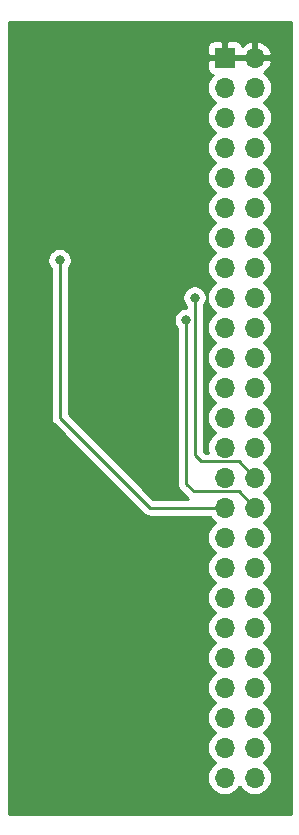
<source format=gbr>
G04 #@! TF.GenerationSoftware,KiCad,Pcbnew,(5.1.4)-1*
G04 #@! TF.CreationDate,2020-08-30T12:58:21+01:00*
G04 #@! TF.ProjectId,KiCadTest,4b694361-6454-4657-9374-2e6b69636164,rev?*
G04 #@! TF.SameCoordinates,Original*
G04 #@! TF.FileFunction,Copper,L2,Bot*
G04 #@! TF.FilePolarity,Positive*
%FSLAX46Y46*%
G04 Gerber Fmt 4.6, Leading zero omitted, Abs format (unit mm)*
G04 Created by KiCad (PCBNEW (5.1.4)-1) date 2020-08-30 12:58:21*
%MOMM*%
%LPD*%
G04 APERTURE LIST*
%ADD10O,1.700000X1.700000*%
%ADD11R,1.700000X1.700000*%
%ADD12C,0.800000*%
%ADD13C,0.250000*%
%ADD14C,0.254000*%
G04 APERTURE END LIST*
D10*
X161290000Y-140970000D03*
X158750000Y-140970000D03*
X161290000Y-138430000D03*
X158750000Y-138430000D03*
X161290000Y-135890000D03*
X158750000Y-135890000D03*
X161290000Y-133350000D03*
X158750000Y-133350000D03*
X161290000Y-130810000D03*
X158750000Y-130810000D03*
X161290000Y-128270000D03*
X158750000Y-128270000D03*
X161290000Y-125730000D03*
X158750000Y-125730000D03*
X161290000Y-123190000D03*
X158750000Y-123190000D03*
X161290000Y-120650000D03*
X158750000Y-120650000D03*
X161290000Y-118110000D03*
X158750000Y-118110000D03*
X161290000Y-115570000D03*
X158750000Y-115570000D03*
X161290000Y-113030000D03*
X158750000Y-113030000D03*
X161290000Y-110490000D03*
X158750000Y-110490000D03*
X161290000Y-107950000D03*
X158750000Y-107950000D03*
X161290000Y-105410000D03*
X158750000Y-105410000D03*
X161290000Y-102870000D03*
X158750000Y-102870000D03*
X161290000Y-100330000D03*
X158750000Y-100330000D03*
X161290000Y-97790000D03*
X158750000Y-97790000D03*
X161290000Y-95250000D03*
X158750000Y-95250000D03*
X161290000Y-92710000D03*
X158750000Y-92710000D03*
X161290000Y-90170000D03*
X158750000Y-90170000D03*
X161290000Y-87630000D03*
X158750000Y-87630000D03*
X161290000Y-85090000D03*
X158750000Y-85090000D03*
X161290000Y-82550000D03*
X158750000Y-82550000D03*
X161290000Y-80010000D03*
D11*
X158750000Y-80010000D03*
D12*
X155575000Y-85725000D03*
X155575000Y-92075000D03*
X147320000Y-100965000D03*
X151130000Y-100965000D03*
X147320000Y-85090000D03*
X143510000Y-92710000D03*
X144145000Y-112395000D03*
X145415000Y-118110000D03*
X153670000Y-122555000D03*
X144145000Y-137160000D03*
X153670000Y-137160000D03*
X144780000Y-79375000D03*
X153670000Y-79375000D03*
X151130000Y-119380000D03*
X153670000Y-116840000D03*
X149860000Y-110490000D03*
X143510000Y-125730000D03*
X155485000Y-102235000D03*
X144780000Y-97155000D03*
X156210000Y-100330000D03*
D13*
X159925001Y-116745001D02*
X156115001Y-116745001D01*
X161290000Y-118110000D02*
X159925001Y-116745001D01*
X156115001Y-116745001D02*
X155575000Y-116205000D01*
X155575000Y-116205000D02*
X155485000Y-116115000D01*
X155485000Y-116115000D02*
X155485000Y-102235000D01*
X144780000Y-97155000D02*
X144780000Y-110490000D01*
X152400000Y-118110000D02*
X158750000Y-118110000D01*
X144780000Y-110490000D02*
X152400000Y-118110000D01*
X159925001Y-114205001D02*
X156750001Y-114205001D01*
X161290000Y-115570000D02*
X159925001Y-114205001D01*
X156750001Y-114205001D02*
X156210000Y-113665000D01*
X156210000Y-113665000D02*
X156210000Y-100330000D01*
D14*
G36*
X164338000Y-144018000D02*
G01*
X140462000Y-144018000D01*
X140462000Y-97053061D01*
X143745000Y-97053061D01*
X143745000Y-97256939D01*
X143784774Y-97456898D01*
X143862795Y-97645256D01*
X143976063Y-97814774D01*
X144020000Y-97858711D01*
X144020001Y-110452668D01*
X144016324Y-110490000D01*
X144030998Y-110638985D01*
X144074454Y-110782246D01*
X144145026Y-110914276D01*
X144216201Y-111001002D01*
X144240000Y-111030001D01*
X144268998Y-111053799D01*
X151836201Y-118621003D01*
X151859999Y-118650001D01*
X151975724Y-118744974D01*
X152107753Y-118815546D01*
X152251014Y-118859003D01*
X152362667Y-118870000D01*
X152362676Y-118870000D01*
X152399999Y-118873676D01*
X152437322Y-118870000D01*
X157472405Y-118870000D01*
X157509294Y-118939014D01*
X157694866Y-119165134D01*
X157920986Y-119350706D01*
X157975791Y-119380000D01*
X157920986Y-119409294D01*
X157694866Y-119594866D01*
X157509294Y-119820986D01*
X157371401Y-120078966D01*
X157286487Y-120358889D01*
X157257815Y-120650000D01*
X157286487Y-120941111D01*
X157371401Y-121221034D01*
X157509294Y-121479014D01*
X157694866Y-121705134D01*
X157920986Y-121890706D01*
X157975791Y-121920000D01*
X157920986Y-121949294D01*
X157694866Y-122134866D01*
X157509294Y-122360986D01*
X157371401Y-122618966D01*
X157286487Y-122898889D01*
X157257815Y-123190000D01*
X157286487Y-123481111D01*
X157371401Y-123761034D01*
X157509294Y-124019014D01*
X157694866Y-124245134D01*
X157920986Y-124430706D01*
X157975791Y-124460000D01*
X157920986Y-124489294D01*
X157694866Y-124674866D01*
X157509294Y-124900986D01*
X157371401Y-125158966D01*
X157286487Y-125438889D01*
X157257815Y-125730000D01*
X157286487Y-126021111D01*
X157371401Y-126301034D01*
X157509294Y-126559014D01*
X157694866Y-126785134D01*
X157920986Y-126970706D01*
X157975791Y-127000000D01*
X157920986Y-127029294D01*
X157694866Y-127214866D01*
X157509294Y-127440986D01*
X157371401Y-127698966D01*
X157286487Y-127978889D01*
X157257815Y-128270000D01*
X157286487Y-128561111D01*
X157371401Y-128841034D01*
X157509294Y-129099014D01*
X157694866Y-129325134D01*
X157920986Y-129510706D01*
X157975791Y-129540000D01*
X157920986Y-129569294D01*
X157694866Y-129754866D01*
X157509294Y-129980986D01*
X157371401Y-130238966D01*
X157286487Y-130518889D01*
X157257815Y-130810000D01*
X157286487Y-131101111D01*
X157371401Y-131381034D01*
X157509294Y-131639014D01*
X157694866Y-131865134D01*
X157920986Y-132050706D01*
X157975791Y-132080000D01*
X157920986Y-132109294D01*
X157694866Y-132294866D01*
X157509294Y-132520986D01*
X157371401Y-132778966D01*
X157286487Y-133058889D01*
X157257815Y-133350000D01*
X157286487Y-133641111D01*
X157371401Y-133921034D01*
X157509294Y-134179014D01*
X157694866Y-134405134D01*
X157920986Y-134590706D01*
X157975791Y-134620000D01*
X157920986Y-134649294D01*
X157694866Y-134834866D01*
X157509294Y-135060986D01*
X157371401Y-135318966D01*
X157286487Y-135598889D01*
X157257815Y-135890000D01*
X157286487Y-136181111D01*
X157371401Y-136461034D01*
X157509294Y-136719014D01*
X157694866Y-136945134D01*
X157920986Y-137130706D01*
X157975791Y-137160000D01*
X157920986Y-137189294D01*
X157694866Y-137374866D01*
X157509294Y-137600986D01*
X157371401Y-137858966D01*
X157286487Y-138138889D01*
X157257815Y-138430000D01*
X157286487Y-138721111D01*
X157371401Y-139001034D01*
X157509294Y-139259014D01*
X157694866Y-139485134D01*
X157920986Y-139670706D01*
X157975791Y-139700000D01*
X157920986Y-139729294D01*
X157694866Y-139914866D01*
X157509294Y-140140986D01*
X157371401Y-140398966D01*
X157286487Y-140678889D01*
X157257815Y-140970000D01*
X157286487Y-141261111D01*
X157371401Y-141541034D01*
X157509294Y-141799014D01*
X157694866Y-142025134D01*
X157920986Y-142210706D01*
X158178966Y-142348599D01*
X158458889Y-142433513D01*
X158677050Y-142455000D01*
X158822950Y-142455000D01*
X159041111Y-142433513D01*
X159321034Y-142348599D01*
X159579014Y-142210706D01*
X159805134Y-142025134D01*
X159990706Y-141799014D01*
X160020000Y-141744209D01*
X160049294Y-141799014D01*
X160234866Y-142025134D01*
X160460986Y-142210706D01*
X160718966Y-142348599D01*
X160998889Y-142433513D01*
X161217050Y-142455000D01*
X161362950Y-142455000D01*
X161581111Y-142433513D01*
X161861034Y-142348599D01*
X162119014Y-142210706D01*
X162345134Y-142025134D01*
X162530706Y-141799014D01*
X162668599Y-141541034D01*
X162753513Y-141261111D01*
X162782185Y-140970000D01*
X162753513Y-140678889D01*
X162668599Y-140398966D01*
X162530706Y-140140986D01*
X162345134Y-139914866D01*
X162119014Y-139729294D01*
X162064209Y-139700000D01*
X162119014Y-139670706D01*
X162345134Y-139485134D01*
X162530706Y-139259014D01*
X162668599Y-139001034D01*
X162753513Y-138721111D01*
X162782185Y-138430000D01*
X162753513Y-138138889D01*
X162668599Y-137858966D01*
X162530706Y-137600986D01*
X162345134Y-137374866D01*
X162119014Y-137189294D01*
X162064209Y-137160000D01*
X162119014Y-137130706D01*
X162345134Y-136945134D01*
X162530706Y-136719014D01*
X162668599Y-136461034D01*
X162753513Y-136181111D01*
X162782185Y-135890000D01*
X162753513Y-135598889D01*
X162668599Y-135318966D01*
X162530706Y-135060986D01*
X162345134Y-134834866D01*
X162119014Y-134649294D01*
X162064209Y-134620000D01*
X162119014Y-134590706D01*
X162345134Y-134405134D01*
X162530706Y-134179014D01*
X162668599Y-133921034D01*
X162753513Y-133641111D01*
X162782185Y-133350000D01*
X162753513Y-133058889D01*
X162668599Y-132778966D01*
X162530706Y-132520986D01*
X162345134Y-132294866D01*
X162119014Y-132109294D01*
X162064209Y-132080000D01*
X162119014Y-132050706D01*
X162345134Y-131865134D01*
X162530706Y-131639014D01*
X162668599Y-131381034D01*
X162753513Y-131101111D01*
X162782185Y-130810000D01*
X162753513Y-130518889D01*
X162668599Y-130238966D01*
X162530706Y-129980986D01*
X162345134Y-129754866D01*
X162119014Y-129569294D01*
X162064209Y-129540000D01*
X162119014Y-129510706D01*
X162345134Y-129325134D01*
X162530706Y-129099014D01*
X162668599Y-128841034D01*
X162753513Y-128561111D01*
X162782185Y-128270000D01*
X162753513Y-127978889D01*
X162668599Y-127698966D01*
X162530706Y-127440986D01*
X162345134Y-127214866D01*
X162119014Y-127029294D01*
X162064209Y-127000000D01*
X162119014Y-126970706D01*
X162345134Y-126785134D01*
X162530706Y-126559014D01*
X162668599Y-126301034D01*
X162753513Y-126021111D01*
X162782185Y-125730000D01*
X162753513Y-125438889D01*
X162668599Y-125158966D01*
X162530706Y-124900986D01*
X162345134Y-124674866D01*
X162119014Y-124489294D01*
X162064209Y-124460000D01*
X162119014Y-124430706D01*
X162345134Y-124245134D01*
X162530706Y-124019014D01*
X162668599Y-123761034D01*
X162753513Y-123481111D01*
X162782185Y-123190000D01*
X162753513Y-122898889D01*
X162668599Y-122618966D01*
X162530706Y-122360986D01*
X162345134Y-122134866D01*
X162119014Y-121949294D01*
X162064209Y-121920000D01*
X162119014Y-121890706D01*
X162345134Y-121705134D01*
X162530706Y-121479014D01*
X162668599Y-121221034D01*
X162753513Y-120941111D01*
X162782185Y-120650000D01*
X162753513Y-120358889D01*
X162668599Y-120078966D01*
X162530706Y-119820986D01*
X162345134Y-119594866D01*
X162119014Y-119409294D01*
X162064209Y-119380000D01*
X162119014Y-119350706D01*
X162345134Y-119165134D01*
X162530706Y-118939014D01*
X162668599Y-118681034D01*
X162753513Y-118401111D01*
X162782185Y-118110000D01*
X162753513Y-117818889D01*
X162668599Y-117538966D01*
X162530706Y-117280986D01*
X162345134Y-117054866D01*
X162119014Y-116869294D01*
X162064209Y-116840000D01*
X162119014Y-116810706D01*
X162345134Y-116625134D01*
X162530706Y-116399014D01*
X162668599Y-116141034D01*
X162753513Y-115861111D01*
X162782185Y-115570000D01*
X162753513Y-115278889D01*
X162668599Y-114998966D01*
X162530706Y-114740986D01*
X162345134Y-114514866D01*
X162119014Y-114329294D01*
X162064209Y-114300000D01*
X162119014Y-114270706D01*
X162345134Y-114085134D01*
X162530706Y-113859014D01*
X162668599Y-113601034D01*
X162753513Y-113321111D01*
X162782185Y-113030000D01*
X162753513Y-112738889D01*
X162668599Y-112458966D01*
X162530706Y-112200986D01*
X162345134Y-111974866D01*
X162119014Y-111789294D01*
X162064209Y-111760000D01*
X162119014Y-111730706D01*
X162345134Y-111545134D01*
X162530706Y-111319014D01*
X162668599Y-111061034D01*
X162753513Y-110781111D01*
X162782185Y-110490000D01*
X162753513Y-110198889D01*
X162668599Y-109918966D01*
X162530706Y-109660986D01*
X162345134Y-109434866D01*
X162119014Y-109249294D01*
X162064209Y-109220000D01*
X162119014Y-109190706D01*
X162345134Y-109005134D01*
X162530706Y-108779014D01*
X162668599Y-108521034D01*
X162753513Y-108241111D01*
X162782185Y-107950000D01*
X162753513Y-107658889D01*
X162668599Y-107378966D01*
X162530706Y-107120986D01*
X162345134Y-106894866D01*
X162119014Y-106709294D01*
X162064209Y-106680000D01*
X162119014Y-106650706D01*
X162345134Y-106465134D01*
X162530706Y-106239014D01*
X162668599Y-105981034D01*
X162753513Y-105701111D01*
X162782185Y-105410000D01*
X162753513Y-105118889D01*
X162668599Y-104838966D01*
X162530706Y-104580986D01*
X162345134Y-104354866D01*
X162119014Y-104169294D01*
X162064209Y-104140000D01*
X162119014Y-104110706D01*
X162345134Y-103925134D01*
X162530706Y-103699014D01*
X162668599Y-103441034D01*
X162753513Y-103161111D01*
X162782185Y-102870000D01*
X162753513Y-102578889D01*
X162668599Y-102298966D01*
X162530706Y-102040986D01*
X162345134Y-101814866D01*
X162119014Y-101629294D01*
X162064209Y-101600000D01*
X162119014Y-101570706D01*
X162345134Y-101385134D01*
X162530706Y-101159014D01*
X162668599Y-100901034D01*
X162753513Y-100621111D01*
X162782185Y-100330000D01*
X162753513Y-100038889D01*
X162668599Y-99758966D01*
X162530706Y-99500986D01*
X162345134Y-99274866D01*
X162119014Y-99089294D01*
X162064209Y-99060000D01*
X162119014Y-99030706D01*
X162345134Y-98845134D01*
X162530706Y-98619014D01*
X162668599Y-98361034D01*
X162753513Y-98081111D01*
X162782185Y-97790000D01*
X162753513Y-97498889D01*
X162668599Y-97218966D01*
X162530706Y-96960986D01*
X162345134Y-96734866D01*
X162119014Y-96549294D01*
X162064209Y-96520000D01*
X162119014Y-96490706D01*
X162345134Y-96305134D01*
X162530706Y-96079014D01*
X162668599Y-95821034D01*
X162753513Y-95541111D01*
X162782185Y-95250000D01*
X162753513Y-94958889D01*
X162668599Y-94678966D01*
X162530706Y-94420986D01*
X162345134Y-94194866D01*
X162119014Y-94009294D01*
X162064209Y-93980000D01*
X162119014Y-93950706D01*
X162345134Y-93765134D01*
X162530706Y-93539014D01*
X162668599Y-93281034D01*
X162753513Y-93001111D01*
X162782185Y-92710000D01*
X162753513Y-92418889D01*
X162668599Y-92138966D01*
X162530706Y-91880986D01*
X162345134Y-91654866D01*
X162119014Y-91469294D01*
X162064209Y-91440000D01*
X162119014Y-91410706D01*
X162345134Y-91225134D01*
X162530706Y-90999014D01*
X162668599Y-90741034D01*
X162753513Y-90461111D01*
X162782185Y-90170000D01*
X162753513Y-89878889D01*
X162668599Y-89598966D01*
X162530706Y-89340986D01*
X162345134Y-89114866D01*
X162119014Y-88929294D01*
X162064209Y-88900000D01*
X162119014Y-88870706D01*
X162345134Y-88685134D01*
X162530706Y-88459014D01*
X162668599Y-88201034D01*
X162753513Y-87921111D01*
X162782185Y-87630000D01*
X162753513Y-87338889D01*
X162668599Y-87058966D01*
X162530706Y-86800986D01*
X162345134Y-86574866D01*
X162119014Y-86389294D01*
X162064209Y-86360000D01*
X162119014Y-86330706D01*
X162345134Y-86145134D01*
X162530706Y-85919014D01*
X162668599Y-85661034D01*
X162753513Y-85381111D01*
X162782185Y-85090000D01*
X162753513Y-84798889D01*
X162668599Y-84518966D01*
X162530706Y-84260986D01*
X162345134Y-84034866D01*
X162119014Y-83849294D01*
X162064209Y-83820000D01*
X162119014Y-83790706D01*
X162345134Y-83605134D01*
X162530706Y-83379014D01*
X162668599Y-83121034D01*
X162753513Y-82841111D01*
X162782185Y-82550000D01*
X162753513Y-82258889D01*
X162668599Y-81978966D01*
X162530706Y-81720986D01*
X162345134Y-81494866D01*
X162119014Y-81309294D01*
X162054477Y-81274799D01*
X162171355Y-81205178D01*
X162387588Y-81010269D01*
X162561641Y-80776920D01*
X162686825Y-80514099D01*
X162731476Y-80366890D01*
X162610155Y-80137000D01*
X161417000Y-80137000D01*
X161417000Y-80157000D01*
X161163000Y-80157000D01*
X161163000Y-80137000D01*
X158877000Y-80137000D01*
X158877000Y-80157000D01*
X158623000Y-80157000D01*
X158623000Y-80137000D01*
X157423750Y-80137000D01*
X157265000Y-80295750D01*
X157261928Y-80860000D01*
X157274188Y-80984482D01*
X157310498Y-81104180D01*
X157369463Y-81214494D01*
X157448815Y-81311185D01*
X157545506Y-81390537D01*
X157655820Y-81449502D01*
X157724687Y-81470393D01*
X157694866Y-81494866D01*
X157509294Y-81720986D01*
X157371401Y-81978966D01*
X157286487Y-82258889D01*
X157257815Y-82550000D01*
X157286487Y-82841111D01*
X157371401Y-83121034D01*
X157509294Y-83379014D01*
X157694866Y-83605134D01*
X157920986Y-83790706D01*
X157975791Y-83820000D01*
X157920986Y-83849294D01*
X157694866Y-84034866D01*
X157509294Y-84260986D01*
X157371401Y-84518966D01*
X157286487Y-84798889D01*
X157257815Y-85090000D01*
X157286487Y-85381111D01*
X157371401Y-85661034D01*
X157509294Y-85919014D01*
X157694866Y-86145134D01*
X157920986Y-86330706D01*
X157975791Y-86360000D01*
X157920986Y-86389294D01*
X157694866Y-86574866D01*
X157509294Y-86800986D01*
X157371401Y-87058966D01*
X157286487Y-87338889D01*
X157257815Y-87630000D01*
X157286487Y-87921111D01*
X157371401Y-88201034D01*
X157509294Y-88459014D01*
X157694866Y-88685134D01*
X157920986Y-88870706D01*
X157975791Y-88900000D01*
X157920986Y-88929294D01*
X157694866Y-89114866D01*
X157509294Y-89340986D01*
X157371401Y-89598966D01*
X157286487Y-89878889D01*
X157257815Y-90170000D01*
X157286487Y-90461111D01*
X157371401Y-90741034D01*
X157509294Y-90999014D01*
X157694866Y-91225134D01*
X157920986Y-91410706D01*
X157975791Y-91440000D01*
X157920986Y-91469294D01*
X157694866Y-91654866D01*
X157509294Y-91880986D01*
X157371401Y-92138966D01*
X157286487Y-92418889D01*
X157257815Y-92710000D01*
X157286487Y-93001111D01*
X157371401Y-93281034D01*
X157509294Y-93539014D01*
X157694866Y-93765134D01*
X157920986Y-93950706D01*
X157975791Y-93980000D01*
X157920986Y-94009294D01*
X157694866Y-94194866D01*
X157509294Y-94420986D01*
X157371401Y-94678966D01*
X157286487Y-94958889D01*
X157257815Y-95250000D01*
X157286487Y-95541111D01*
X157371401Y-95821034D01*
X157509294Y-96079014D01*
X157694866Y-96305134D01*
X157920986Y-96490706D01*
X157975791Y-96520000D01*
X157920986Y-96549294D01*
X157694866Y-96734866D01*
X157509294Y-96960986D01*
X157371401Y-97218966D01*
X157286487Y-97498889D01*
X157257815Y-97790000D01*
X157286487Y-98081111D01*
X157371401Y-98361034D01*
X157509294Y-98619014D01*
X157694866Y-98845134D01*
X157920986Y-99030706D01*
X157975791Y-99060000D01*
X157920986Y-99089294D01*
X157694866Y-99274866D01*
X157509294Y-99500986D01*
X157371401Y-99758966D01*
X157286487Y-100038889D01*
X157257815Y-100330000D01*
X157286487Y-100621111D01*
X157371401Y-100901034D01*
X157509294Y-101159014D01*
X157694866Y-101385134D01*
X157920986Y-101570706D01*
X157975791Y-101600000D01*
X157920986Y-101629294D01*
X157694866Y-101814866D01*
X157509294Y-102040986D01*
X157371401Y-102298966D01*
X157286487Y-102578889D01*
X157257815Y-102870000D01*
X157286487Y-103161111D01*
X157371401Y-103441034D01*
X157509294Y-103699014D01*
X157694866Y-103925134D01*
X157920986Y-104110706D01*
X157975791Y-104140000D01*
X157920986Y-104169294D01*
X157694866Y-104354866D01*
X157509294Y-104580986D01*
X157371401Y-104838966D01*
X157286487Y-105118889D01*
X157257815Y-105410000D01*
X157286487Y-105701111D01*
X157371401Y-105981034D01*
X157509294Y-106239014D01*
X157694866Y-106465134D01*
X157920986Y-106650706D01*
X157975791Y-106680000D01*
X157920986Y-106709294D01*
X157694866Y-106894866D01*
X157509294Y-107120986D01*
X157371401Y-107378966D01*
X157286487Y-107658889D01*
X157257815Y-107950000D01*
X157286487Y-108241111D01*
X157371401Y-108521034D01*
X157509294Y-108779014D01*
X157694866Y-109005134D01*
X157920986Y-109190706D01*
X157975791Y-109220000D01*
X157920986Y-109249294D01*
X157694866Y-109434866D01*
X157509294Y-109660986D01*
X157371401Y-109918966D01*
X157286487Y-110198889D01*
X157257815Y-110490000D01*
X157286487Y-110781111D01*
X157371401Y-111061034D01*
X157509294Y-111319014D01*
X157694866Y-111545134D01*
X157920986Y-111730706D01*
X157975791Y-111760000D01*
X157920986Y-111789294D01*
X157694866Y-111974866D01*
X157509294Y-112200986D01*
X157371401Y-112458966D01*
X157286487Y-112738889D01*
X157257815Y-113030000D01*
X157286487Y-113321111D01*
X157324069Y-113445001D01*
X157064803Y-113445001D01*
X156970000Y-113350199D01*
X156970000Y-101033711D01*
X157013937Y-100989774D01*
X157127205Y-100820256D01*
X157205226Y-100631898D01*
X157245000Y-100431939D01*
X157245000Y-100228061D01*
X157205226Y-100028102D01*
X157127205Y-99839744D01*
X157013937Y-99670226D01*
X156869774Y-99526063D01*
X156700256Y-99412795D01*
X156511898Y-99334774D01*
X156311939Y-99295000D01*
X156108061Y-99295000D01*
X155908102Y-99334774D01*
X155719744Y-99412795D01*
X155550226Y-99526063D01*
X155406063Y-99670226D01*
X155292795Y-99839744D01*
X155214774Y-100028102D01*
X155175000Y-100228061D01*
X155175000Y-100431939D01*
X155214774Y-100631898D01*
X155292795Y-100820256D01*
X155406063Y-100989774D01*
X155450001Y-101033712D01*
X155450001Y-101200000D01*
X155383061Y-101200000D01*
X155183102Y-101239774D01*
X154994744Y-101317795D01*
X154825226Y-101431063D01*
X154681063Y-101575226D01*
X154567795Y-101744744D01*
X154489774Y-101933102D01*
X154450000Y-102133061D01*
X154450000Y-102336939D01*
X154489774Y-102536898D01*
X154567795Y-102725256D01*
X154681063Y-102894774D01*
X154725001Y-102938712D01*
X154725000Y-116077678D01*
X154721324Y-116115000D01*
X154725000Y-116152322D01*
X154725000Y-116152332D01*
X154735997Y-116263985D01*
X154763298Y-116353985D01*
X154779454Y-116407246D01*
X154850026Y-116539276D01*
X154889871Y-116587826D01*
X154944999Y-116655001D01*
X154974003Y-116678804D01*
X155011201Y-116716002D01*
X155551201Y-117256003D01*
X155575000Y-117285002D01*
X155654200Y-117350000D01*
X152714802Y-117350000D01*
X145540000Y-110175199D01*
X145540000Y-97858711D01*
X145583937Y-97814774D01*
X145697205Y-97645256D01*
X145775226Y-97456898D01*
X145815000Y-97256939D01*
X145815000Y-97053061D01*
X145775226Y-96853102D01*
X145697205Y-96664744D01*
X145583937Y-96495226D01*
X145439774Y-96351063D01*
X145270256Y-96237795D01*
X145081898Y-96159774D01*
X144881939Y-96120000D01*
X144678061Y-96120000D01*
X144478102Y-96159774D01*
X144289744Y-96237795D01*
X144120226Y-96351063D01*
X143976063Y-96495226D01*
X143862795Y-96664744D01*
X143784774Y-96853102D01*
X143745000Y-97053061D01*
X140462000Y-97053061D01*
X140462000Y-79160000D01*
X157261928Y-79160000D01*
X157265000Y-79724250D01*
X157423750Y-79883000D01*
X158623000Y-79883000D01*
X158623000Y-78683750D01*
X158877000Y-78683750D01*
X158877000Y-79883000D01*
X161163000Y-79883000D01*
X161163000Y-78689186D01*
X161417000Y-78689186D01*
X161417000Y-79883000D01*
X162610155Y-79883000D01*
X162731476Y-79653110D01*
X162686825Y-79505901D01*
X162561641Y-79243080D01*
X162387588Y-79009731D01*
X162171355Y-78814822D01*
X161921252Y-78665843D01*
X161646891Y-78568519D01*
X161417000Y-78689186D01*
X161163000Y-78689186D01*
X160933109Y-78568519D01*
X160658748Y-78665843D01*
X160408645Y-78814822D01*
X160212498Y-78991626D01*
X160189502Y-78915820D01*
X160130537Y-78805506D01*
X160051185Y-78708815D01*
X159954494Y-78629463D01*
X159844180Y-78570498D01*
X159724482Y-78534188D01*
X159600000Y-78521928D01*
X159035750Y-78525000D01*
X158877000Y-78683750D01*
X158623000Y-78683750D01*
X158464250Y-78525000D01*
X157900000Y-78521928D01*
X157775518Y-78534188D01*
X157655820Y-78570498D01*
X157545506Y-78629463D01*
X157448815Y-78708815D01*
X157369463Y-78805506D01*
X157310498Y-78915820D01*
X157274188Y-79035518D01*
X157261928Y-79160000D01*
X140462000Y-79160000D01*
X140462000Y-76962000D01*
X164338000Y-76962000D01*
X164338000Y-144018000D01*
X164338000Y-144018000D01*
G37*
X164338000Y-144018000D02*
X140462000Y-144018000D01*
X140462000Y-97053061D01*
X143745000Y-97053061D01*
X143745000Y-97256939D01*
X143784774Y-97456898D01*
X143862795Y-97645256D01*
X143976063Y-97814774D01*
X144020000Y-97858711D01*
X144020001Y-110452668D01*
X144016324Y-110490000D01*
X144030998Y-110638985D01*
X144074454Y-110782246D01*
X144145026Y-110914276D01*
X144216201Y-111001002D01*
X144240000Y-111030001D01*
X144268998Y-111053799D01*
X151836201Y-118621003D01*
X151859999Y-118650001D01*
X151975724Y-118744974D01*
X152107753Y-118815546D01*
X152251014Y-118859003D01*
X152362667Y-118870000D01*
X152362676Y-118870000D01*
X152399999Y-118873676D01*
X152437322Y-118870000D01*
X157472405Y-118870000D01*
X157509294Y-118939014D01*
X157694866Y-119165134D01*
X157920986Y-119350706D01*
X157975791Y-119380000D01*
X157920986Y-119409294D01*
X157694866Y-119594866D01*
X157509294Y-119820986D01*
X157371401Y-120078966D01*
X157286487Y-120358889D01*
X157257815Y-120650000D01*
X157286487Y-120941111D01*
X157371401Y-121221034D01*
X157509294Y-121479014D01*
X157694866Y-121705134D01*
X157920986Y-121890706D01*
X157975791Y-121920000D01*
X157920986Y-121949294D01*
X157694866Y-122134866D01*
X157509294Y-122360986D01*
X157371401Y-122618966D01*
X157286487Y-122898889D01*
X157257815Y-123190000D01*
X157286487Y-123481111D01*
X157371401Y-123761034D01*
X157509294Y-124019014D01*
X157694866Y-124245134D01*
X157920986Y-124430706D01*
X157975791Y-124460000D01*
X157920986Y-124489294D01*
X157694866Y-124674866D01*
X157509294Y-124900986D01*
X157371401Y-125158966D01*
X157286487Y-125438889D01*
X157257815Y-125730000D01*
X157286487Y-126021111D01*
X157371401Y-126301034D01*
X157509294Y-126559014D01*
X157694866Y-126785134D01*
X157920986Y-126970706D01*
X157975791Y-127000000D01*
X157920986Y-127029294D01*
X157694866Y-127214866D01*
X157509294Y-127440986D01*
X157371401Y-127698966D01*
X157286487Y-127978889D01*
X157257815Y-128270000D01*
X157286487Y-128561111D01*
X157371401Y-128841034D01*
X157509294Y-129099014D01*
X157694866Y-129325134D01*
X157920986Y-129510706D01*
X157975791Y-129540000D01*
X157920986Y-129569294D01*
X157694866Y-129754866D01*
X157509294Y-129980986D01*
X157371401Y-130238966D01*
X157286487Y-130518889D01*
X157257815Y-130810000D01*
X157286487Y-131101111D01*
X157371401Y-131381034D01*
X157509294Y-131639014D01*
X157694866Y-131865134D01*
X157920986Y-132050706D01*
X157975791Y-132080000D01*
X157920986Y-132109294D01*
X157694866Y-132294866D01*
X157509294Y-132520986D01*
X157371401Y-132778966D01*
X157286487Y-133058889D01*
X157257815Y-133350000D01*
X157286487Y-133641111D01*
X157371401Y-133921034D01*
X157509294Y-134179014D01*
X157694866Y-134405134D01*
X157920986Y-134590706D01*
X157975791Y-134620000D01*
X157920986Y-134649294D01*
X157694866Y-134834866D01*
X157509294Y-135060986D01*
X157371401Y-135318966D01*
X157286487Y-135598889D01*
X157257815Y-135890000D01*
X157286487Y-136181111D01*
X157371401Y-136461034D01*
X157509294Y-136719014D01*
X157694866Y-136945134D01*
X157920986Y-137130706D01*
X157975791Y-137160000D01*
X157920986Y-137189294D01*
X157694866Y-137374866D01*
X157509294Y-137600986D01*
X157371401Y-137858966D01*
X157286487Y-138138889D01*
X157257815Y-138430000D01*
X157286487Y-138721111D01*
X157371401Y-139001034D01*
X157509294Y-139259014D01*
X157694866Y-139485134D01*
X157920986Y-139670706D01*
X157975791Y-139700000D01*
X157920986Y-139729294D01*
X157694866Y-139914866D01*
X157509294Y-140140986D01*
X157371401Y-140398966D01*
X157286487Y-140678889D01*
X157257815Y-140970000D01*
X157286487Y-141261111D01*
X157371401Y-141541034D01*
X157509294Y-141799014D01*
X157694866Y-142025134D01*
X157920986Y-142210706D01*
X158178966Y-142348599D01*
X158458889Y-142433513D01*
X158677050Y-142455000D01*
X158822950Y-142455000D01*
X159041111Y-142433513D01*
X159321034Y-142348599D01*
X159579014Y-142210706D01*
X159805134Y-142025134D01*
X159990706Y-141799014D01*
X160020000Y-141744209D01*
X160049294Y-141799014D01*
X160234866Y-142025134D01*
X160460986Y-142210706D01*
X160718966Y-142348599D01*
X160998889Y-142433513D01*
X161217050Y-142455000D01*
X161362950Y-142455000D01*
X161581111Y-142433513D01*
X161861034Y-142348599D01*
X162119014Y-142210706D01*
X162345134Y-142025134D01*
X162530706Y-141799014D01*
X162668599Y-141541034D01*
X162753513Y-141261111D01*
X162782185Y-140970000D01*
X162753513Y-140678889D01*
X162668599Y-140398966D01*
X162530706Y-140140986D01*
X162345134Y-139914866D01*
X162119014Y-139729294D01*
X162064209Y-139700000D01*
X162119014Y-139670706D01*
X162345134Y-139485134D01*
X162530706Y-139259014D01*
X162668599Y-139001034D01*
X162753513Y-138721111D01*
X162782185Y-138430000D01*
X162753513Y-138138889D01*
X162668599Y-137858966D01*
X162530706Y-137600986D01*
X162345134Y-137374866D01*
X162119014Y-137189294D01*
X162064209Y-137160000D01*
X162119014Y-137130706D01*
X162345134Y-136945134D01*
X162530706Y-136719014D01*
X162668599Y-136461034D01*
X162753513Y-136181111D01*
X162782185Y-135890000D01*
X162753513Y-135598889D01*
X162668599Y-135318966D01*
X162530706Y-135060986D01*
X162345134Y-134834866D01*
X162119014Y-134649294D01*
X162064209Y-134620000D01*
X162119014Y-134590706D01*
X162345134Y-134405134D01*
X162530706Y-134179014D01*
X162668599Y-133921034D01*
X162753513Y-133641111D01*
X162782185Y-133350000D01*
X162753513Y-133058889D01*
X162668599Y-132778966D01*
X162530706Y-132520986D01*
X162345134Y-132294866D01*
X162119014Y-132109294D01*
X162064209Y-132080000D01*
X162119014Y-132050706D01*
X162345134Y-131865134D01*
X162530706Y-131639014D01*
X162668599Y-131381034D01*
X162753513Y-131101111D01*
X162782185Y-130810000D01*
X162753513Y-130518889D01*
X162668599Y-130238966D01*
X162530706Y-129980986D01*
X162345134Y-129754866D01*
X162119014Y-129569294D01*
X162064209Y-129540000D01*
X162119014Y-129510706D01*
X162345134Y-129325134D01*
X162530706Y-129099014D01*
X162668599Y-128841034D01*
X162753513Y-128561111D01*
X162782185Y-128270000D01*
X162753513Y-127978889D01*
X162668599Y-127698966D01*
X162530706Y-127440986D01*
X162345134Y-127214866D01*
X162119014Y-127029294D01*
X162064209Y-127000000D01*
X162119014Y-126970706D01*
X162345134Y-126785134D01*
X162530706Y-126559014D01*
X162668599Y-126301034D01*
X162753513Y-126021111D01*
X162782185Y-125730000D01*
X162753513Y-125438889D01*
X162668599Y-125158966D01*
X162530706Y-124900986D01*
X162345134Y-124674866D01*
X162119014Y-124489294D01*
X162064209Y-124460000D01*
X162119014Y-124430706D01*
X162345134Y-124245134D01*
X162530706Y-124019014D01*
X162668599Y-123761034D01*
X162753513Y-123481111D01*
X162782185Y-123190000D01*
X162753513Y-122898889D01*
X162668599Y-122618966D01*
X162530706Y-122360986D01*
X162345134Y-122134866D01*
X162119014Y-121949294D01*
X162064209Y-121920000D01*
X162119014Y-121890706D01*
X162345134Y-121705134D01*
X162530706Y-121479014D01*
X162668599Y-121221034D01*
X162753513Y-120941111D01*
X162782185Y-120650000D01*
X162753513Y-120358889D01*
X162668599Y-120078966D01*
X162530706Y-119820986D01*
X162345134Y-119594866D01*
X162119014Y-119409294D01*
X162064209Y-119380000D01*
X162119014Y-119350706D01*
X162345134Y-119165134D01*
X162530706Y-118939014D01*
X162668599Y-118681034D01*
X162753513Y-118401111D01*
X162782185Y-118110000D01*
X162753513Y-117818889D01*
X162668599Y-117538966D01*
X162530706Y-117280986D01*
X162345134Y-117054866D01*
X162119014Y-116869294D01*
X162064209Y-116840000D01*
X162119014Y-116810706D01*
X162345134Y-116625134D01*
X162530706Y-116399014D01*
X162668599Y-116141034D01*
X162753513Y-115861111D01*
X162782185Y-115570000D01*
X162753513Y-115278889D01*
X162668599Y-114998966D01*
X162530706Y-114740986D01*
X162345134Y-114514866D01*
X162119014Y-114329294D01*
X162064209Y-114300000D01*
X162119014Y-114270706D01*
X162345134Y-114085134D01*
X162530706Y-113859014D01*
X162668599Y-113601034D01*
X162753513Y-113321111D01*
X162782185Y-113030000D01*
X162753513Y-112738889D01*
X162668599Y-112458966D01*
X162530706Y-112200986D01*
X162345134Y-111974866D01*
X162119014Y-111789294D01*
X162064209Y-111760000D01*
X162119014Y-111730706D01*
X162345134Y-111545134D01*
X162530706Y-111319014D01*
X162668599Y-111061034D01*
X162753513Y-110781111D01*
X162782185Y-110490000D01*
X162753513Y-110198889D01*
X162668599Y-109918966D01*
X162530706Y-109660986D01*
X162345134Y-109434866D01*
X162119014Y-109249294D01*
X162064209Y-109220000D01*
X162119014Y-109190706D01*
X162345134Y-109005134D01*
X162530706Y-108779014D01*
X162668599Y-108521034D01*
X162753513Y-108241111D01*
X162782185Y-107950000D01*
X162753513Y-107658889D01*
X162668599Y-107378966D01*
X162530706Y-107120986D01*
X162345134Y-106894866D01*
X162119014Y-106709294D01*
X162064209Y-106680000D01*
X162119014Y-106650706D01*
X162345134Y-106465134D01*
X162530706Y-106239014D01*
X162668599Y-105981034D01*
X162753513Y-105701111D01*
X162782185Y-105410000D01*
X162753513Y-105118889D01*
X162668599Y-104838966D01*
X162530706Y-104580986D01*
X162345134Y-104354866D01*
X162119014Y-104169294D01*
X162064209Y-104140000D01*
X162119014Y-104110706D01*
X162345134Y-103925134D01*
X162530706Y-103699014D01*
X162668599Y-103441034D01*
X162753513Y-103161111D01*
X162782185Y-102870000D01*
X162753513Y-102578889D01*
X162668599Y-102298966D01*
X162530706Y-102040986D01*
X162345134Y-101814866D01*
X162119014Y-101629294D01*
X162064209Y-101600000D01*
X162119014Y-101570706D01*
X162345134Y-101385134D01*
X162530706Y-101159014D01*
X162668599Y-100901034D01*
X162753513Y-100621111D01*
X162782185Y-100330000D01*
X162753513Y-100038889D01*
X162668599Y-99758966D01*
X162530706Y-99500986D01*
X162345134Y-99274866D01*
X162119014Y-99089294D01*
X162064209Y-99060000D01*
X162119014Y-99030706D01*
X162345134Y-98845134D01*
X162530706Y-98619014D01*
X162668599Y-98361034D01*
X162753513Y-98081111D01*
X162782185Y-97790000D01*
X162753513Y-97498889D01*
X162668599Y-97218966D01*
X162530706Y-96960986D01*
X162345134Y-96734866D01*
X162119014Y-96549294D01*
X162064209Y-96520000D01*
X162119014Y-96490706D01*
X162345134Y-96305134D01*
X162530706Y-96079014D01*
X162668599Y-95821034D01*
X162753513Y-95541111D01*
X162782185Y-95250000D01*
X162753513Y-94958889D01*
X162668599Y-94678966D01*
X162530706Y-94420986D01*
X162345134Y-94194866D01*
X162119014Y-94009294D01*
X162064209Y-93980000D01*
X162119014Y-93950706D01*
X162345134Y-93765134D01*
X162530706Y-93539014D01*
X162668599Y-93281034D01*
X162753513Y-93001111D01*
X162782185Y-92710000D01*
X162753513Y-92418889D01*
X162668599Y-92138966D01*
X162530706Y-91880986D01*
X162345134Y-91654866D01*
X162119014Y-91469294D01*
X162064209Y-91440000D01*
X162119014Y-91410706D01*
X162345134Y-91225134D01*
X162530706Y-90999014D01*
X162668599Y-90741034D01*
X162753513Y-90461111D01*
X162782185Y-90170000D01*
X162753513Y-89878889D01*
X162668599Y-89598966D01*
X162530706Y-89340986D01*
X162345134Y-89114866D01*
X162119014Y-88929294D01*
X162064209Y-88900000D01*
X162119014Y-88870706D01*
X162345134Y-88685134D01*
X162530706Y-88459014D01*
X162668599Y-88201034D01*
X162753513Y-87921111D01*
X162782185Y-87630000D01*
X162753513Y-87338889D01*
X162668599Y-87058966D01*
X162530706Y-86800986D01*
X162345134Y-86574866D01*
X162119014Y-86389294D01*
X162064209Y-86360000D01*
X162119014Y-86330706D01*
X162345134Y-86145134D01*
X162530706Y-85919014D01*
X162668599Y-85661034D01*
X162753513Y-85381111D01*
X162782185Y-85090000D01*
X162753513Y-84798889D01*
X162668599Y-84518966D01*
X162530706Y-84260986D01*
X162345134Y-84034866D01*
X162119014Y-83849294D01*
X162064209Y-83820000D01*
X162119014Y-83790706D01*
X162345134Y-83605134D01*
X162530706Y-83379014D01*
X162668599Y-83121034D01*
X162753513Y-82841111D01*
X162782185Y-82550000D01*
X162753513Y-82258889D01*
X162668599Y-81978966D01*
X162530706Y-81720986D01*
X162345134Y-81494866D01*
X162119014Y-81309294D01*
X162054477Y-81274799D01*
X162171355Y-81205178D01*
X162387588Y-81010269D01*
X162561641Y-80776920D01*
X162686825Y-80514099D01*
X162731476Y-80366890D01*
X162610155Y-80137000D01*
X161417000Y-80137000D01*
X161417000Y-80157000D01*
X161163000Y-80157000D01*
X161163000Y-80137000D01*
X158877000Y-80137000D01*
X158877000Y-80157000D01*
X158623000Y-80157000D01*
X158623000Y-80137000D01*
X157423750Y-80137000D01*
X157265000Y-80295750D01*
X157261928Y-80860000D01*
X157274188Y-80984482D01*
X157310498Y-81104180D01*
X157369463Y-81214494D01*
X157448815Y-81311185D01*
X157545506Y-81390537D01*
X157655820Y-81449502D01*
X157724687Y-81470393D01*
X157694866Y-81494866D01*
X157509294Y-81720986D01*
X157371401Y-81978966D01*
X157286487Y-82258889D01*
X157257815Y-82550000D01*
X157286487Y-82841111D01*
X157371401Y-83121034D01*
X157509294Y-83379014D01*
X157694866Y-83605134D01*
X157920986Y-83790706D01*
X157975791Y-83820000D01*
X157920986Y-83849294D01*
X157694866Y-84034866D01*
X157509294Y-84260986D01*
X157371401Y-84518966D01*
X157286487Y-84798889D01*
X157257815Y-85090000D01*
X157286487Y-85381111D01*
X157371401Y-85661034D01*
X157509294Y-85919014D01*
X157694866Y-86145134D01*
X157920986Y-86330706D01*
X157975791Y-86360000D01*
X157920986Y-86389294D01*
X157694866Y-86574866D01*
X157509294Y-86800986D01*
X157371401Y-87058966D01*
X157286487Y-87338889D01*
X157257815Y-87630000D01*
X157286487Y-87921111D01*
X157371401Y-88201034D01*
X157509294Y-88459014D01*
X157694866Y-88685134D01*
X157920986Y-88870706D01*
X157975791Y-88900000D01*
X157920986Y-88929294D01*
X157694866Y-89114866D01*
X157509294Y-89340986D01*
X157371401Y-89598966D01*
X157286487Y-89878889D01*
X157257815Y-90170000D01*
X157286487Y-90461111D01*
X157371401Y-90741034D01*
X157509294Y-90999014D01*
X157694866Y-91225134D01*
X157920986Y-91410706D01*
X157975791Y-91440000D01*
X157920986Y-91469294D01*
X157694866Y-91654866D01*
X157509294Y-91880986D01*
X157371401Y-92138966D01*
X157286487Y-92418889D01*
X157257815Y-92710000D01*
X157286487Y-93001111D01*
X157371401Y-93281034D01*
X157509294Y-93539014D01*
X157694866Y-93765134D01*
X157920986Y-93950706D01*
X157975791Y-93980000D01*
X157920986Y-94009294D01*
X157694866Y-94194866D01*
X157509294Y-94420986D01*
X157371401Y-94678966D01*
X157286487Y-94958889D01*
X157257815Y-95250000D01*
X157286487Y-95541111D01*
X157371401Y-95821034D01*
X157509294Y-96079014D01*
X157694866Y-96305134D01*
X157920986Y-96490706D01*
X157975791Y-96520000D01*
X157920986Y-96549294D01*
X157694866Y-96734866D01*
X157509294Y-96960986D01*
X157371401Y-97218966D01*
X157286487Y-97498889D01*
X157257815Y-97790000D01*
X157286487Y-98081111D01*
X157371401Y-98361034D01*
X157509294Y-98619014D01*
X157694866Y-98845134D01*
X157920986Y-99030706D01*
X157975791Y-99060000D01*
X157920986Y-99089294D01*
X157694866Y-99274866D01*
X157509294Y-99500986D01*
X157371401Y-99758966D01*
X157286487Y-100038889D01*
X157257815Y-100330000D01*
X157286487Y-100621111D01*
X157371401Y-100901034D01*
X157509294Y-101159014D01*
X157694866Y-101385134D01*
X157920986Y-101570706D01*
X157975791Y-101600000D01*
X157920986Y-101629294D01*
X157694866Y-101814866D01*
X157509294Y-102040986D01*
X157371401Y-102298966D01*
X157286487Y-102578889D01*
X157257815Y-102870000D01*
X157286487Y-103161111D01*
X157371401Y-103441034D01*
X157509294Y-103699014D01*
X157694866Y-103925134D01*
X157920986Y-104110706D01*
X157975791Y-104140000D01*
X157920986Y-104169294D01*
X157694866Y-104354866D01*
X157509294Y-104580986D01*
X157371401Y-104838966D01*
X157286487Y-105118889D01*
X157257815Y-105410000D01*
X157286487Y-105701111D01*
X157371401Y-105981034D01*
X157509294Y-106239014D01*
X157694866Y-106465134D01*
X157920986Y-106650706D01*
X157975791Y-106680000D01*
X157920986Y-106709294D01*
X157694866Y-106894866D01*
X157509294Y-107120986D01*
X157371401Y-107378966D01*
X157286487Y-107658889D01*
X157257815Y-107950000D01*
X157286487Y-108241111D01*
X157371401Y-108521034D01*
X157509294Y-108779014D01*
X157694866Y-109005134D01*
X157920986Y-109190706D01*
X157975791Y-109220000D01*
X157920986Y-109249294D01*
X157694866Y-109434866D01*
X157509294Y-109660986D01*
X157371401Y-109918966D01*
X157286487Y-110198889D01*
X157257815Y-110490000D01*
X157286487Y-110781111D01*
X157371401Y-111061034D01*
X157509294Y-111319014D01*
X157694866Y-111545134D01*
X157920986Y-111730706D01*
X157975791Y-111760000D01*
X157920986Y-111789294D01*
X157694866Y-111974866D01*
X157509294Y-112200986D01*
X157371401Y-112458966D01*
X157286487Y-112738889D01*
X157257815Y-113030000D01*
X157286487Y-113321111D01*
X157324069Y-113445001D01*
X157064803Y-113445001D01*
X156970000Y-113350199D01*
X156970000Y-101033711D01*
X157013937Y-100989774D01*
X157127205Y-100820256D01*
X157205226Y-100631898D01*
X157245000Y-100431939D01*
X157245000Y-100228061D01*
X157205226Y-100028102D01*
X157127205Y-99839744D01*
X157013937Y-99670226D01*
X156869774Y-99526063D01*
X156700256Y-99412795D01*
X156511898Y-99334774D01*
X156311939Y-99295000D01*
X156108061Y-99295000D01*
X155908102Y-99334774D01*
X155719744Y-99412795D01*
X155550226Y-99526063D01*
X155406063Y-99670226D01*
X155292795Y-99839744D01*
X155214774Y-100028102D01*
X155175000Y-100228061D01*
X155175000Y-100431939D01*
X155214774Y-100631898D01*
X155292795Y-100820256D01*
X155406063Y-100989774D01*
X155450001Y-101033712D01*
X155450001Y-101200000D01*
X155383061Y-101200000D01*
X155183102Y-101239774D01*
X154994744Y-101317795D01*
X154825226Y-101431063D01*
X154681063Y-101575226D01*
X154567795Y-101744744D01*
X154489774Y-101933102D01*
X154450000Y-102133061D01*
X154450000Y-102336939D01*
X154489774Y-102536898D01*
X154567795Y-102725256D01*
X154681063Y-102894774D01*
X154725001Y-102938712D01*
X154725000Y-116077678D01*
X154721324Y-116115000D01*
X154725000Y-116152322D01*
X154725000Y-116152332D01*
X154735997Y-116263985D01*
X154763298Y-116353985D01*
X154779454Y-116407246D01*
X154850026Y-116539276D01*
X154889871Y-116587826D01*
X154944999Y-116655001D01*
X154974003Y-116678804D01*
X155011201Y-116716002D01*
X155551201Y-117256003D01*
X155575000Y-117285002D01*
X155654200Y-117350000D01*
X152714802Y-117350000D01*
X145540000Y-110175199D01*
X145540000Y-97858711D01*
X145583937Y-97814774D01*
X145697205Y-97645256D01*
X145775226Y-97456898D01*
X145815000Y-97256939D01*
X145815000Y-97053061D01*
X145775226Y-96853102D01*
X145697205Y-96664744D01*
X145583937Y-96495226D01*
X145439774Y-96351063D01*
X145270256Y-96237795D01*
X145081898Y-96159774D01*
X144881939Y-96120000D01*
X144678061Y-96120000D01*
X144478102Y-96159774D01*
X144289744Y-96237795D01*
X144120226Y-96351063D01*
X143976063Y-96495226D01*
X143862795Y-96664744D01*
X143784774Y-96853102D01*
X143745000Y-97053061D01*
X140462000Y-97053061D01*
X140462000Y-79160000D01*
X157261928Y-79160000D01*
X157265000Y-79724250D01*
X157423750Y-79883000D01*
X158623000Y-79883000D01*
X158623000Y-78683750D01*
X158877000Y-78683750D01*
X158877000Y-79883000D01*
X161163000Y-79883000D01*
X161163000Y-78689186D01*
X161417000Y-78689186D01*
X161417000Y-79883000D01*
X162610155Y-79883000D01*
X162731476Y-79653110D01*
X162686825Y-79505901D01*
X162561641Y-79243080D01*
X162387588Y-79009731D01*
X162171355Y-78814822D01*
X161921252Y-78665843D01*
X161646891Y-78568519D01*
X161417000Y-78689186D01*
X161163000Y-78689186D01*
X160933109Y-78568519D01*
X160658748Y-78665843D01*
X160408645Y-78814822D01*
X160212498Y-78991626D01*
X160189502Y-78915820D01*
X160130537Y-78805506D01*
X160051185Y-78708815D01*
X159954494Y-78629463D01*
X159844180Y-78570498D01*
X159724482Y-78534188D01*
X159600000Y-78521928D01*
X159035750Y-78525000D01*
X158877000Y-78683750D01*
X158623000Y-78683750D01*
X158464250Y-78525000D01*
X157900000Y-78521928D01*
X157775518Y-78534188D01*
X157655820Y-78570498D01*
X157545506Y-78629463D01*
X157448815Y-78708815D01*
X157369463Y-78805506D01*
X157310498Y-78915820D01*
X157274188Y-79035518D01*
X157261928Y-79160000D01*
X140462000Y-79160000D01*
X140462000Y-76962000D01*
X164338000Y-76962000D01*
X164338000Y-144018000D01*
M02*

</source>
